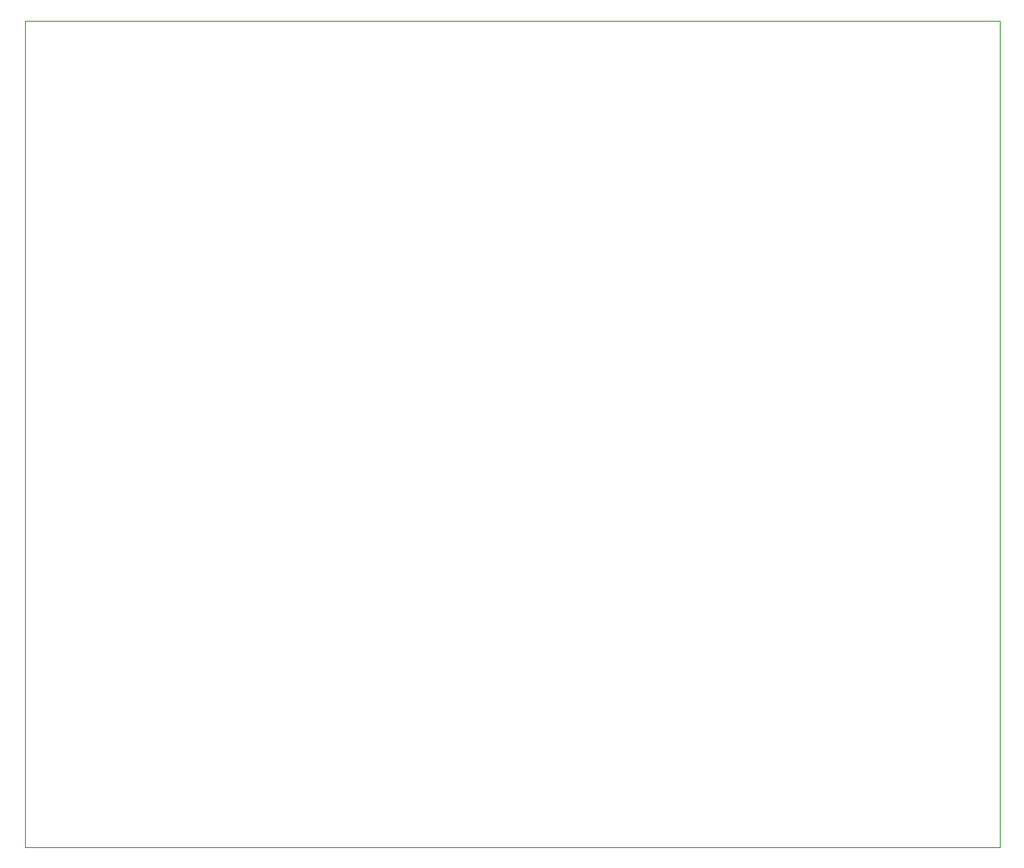
<source format=gbr>
%TF.GenerationSoftware,KiCad,Pcbnew,(5.1.9)-1*%
%TF.CreationDate,2021-04-05T17:54:05+02:00*%
%TF.ProjectId,IM350_AM550_multi,494d3335-305f-4414-9d35-35305f6d756c,rev?*%
%TF.SameCoordinates,Original*%
%TF.FileFunction,Profile,NP*%
%FSLAX46Y46*%
G04 Gerber Fmt 4.6, Leading zero omitted, Abs format (unit mm)*
G04 Created by KiCad (PCBNEW (5.1.9)-1) date 2021-04-05 17:54:05*
%MOMM*%
%LPD*%
G01*
G04 APERTURE LIST*
%TA.AperFunction,Profile*%
%ADD10C,0.050000*%
%TD*%
G04 APERTURE END LIST*
D10*
X40000000Y-114000000D02*
X40000000Y-30000000D01*
X139000000Y-114000000D02*
X40000000Y-114000000D01*
X139000000Y-30000000D02*
X139000000Y-114000000D01*
X40000000Y-30000000D02*
X139000000Y-30000000D01*
M02*

</source>
